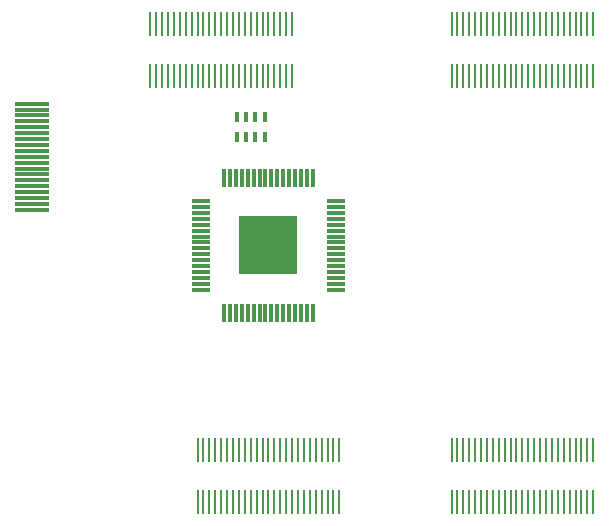
<source format=gbr>
G04 #@! TF.GenerationSoftware,KiCad,Pcbnew,(5.1.2-1)-1*
G04 #@! TF.CreationDate,2020-04-01T22:22:55+05:30*
G04 #@! TF.ProjectId,Alchitry_HDMI_Shield,416c6368-6974-4727-995f-48444d495f53,rev?*
G04 #@! TF.SameCoordinates,Original*
G04 #@! TF.FileFunction,Paste,Top*
G04 #@! TF.FilePolarity,Positive*
%FSLAX46Y46*%
G04 Gerber Fmt 4.6, Leading zero omitted, Abs format (unit mm)*
G04 Created by KiCad (PCBNEW (5.1.2-1)-1) date 2020-04-01 22:22:55*
%MOMM*%
%LPD*%
G04 APERTURE LIST*
%ADD10R,1.500000X0.300000*%
%ADD11R,0.300000X1.500000*%
%ADD12R,5.000000X5.000000*%
%ADD13R,0.250000X2.000000*%
%ADD14R,0.400000X0.900000*%
%ADD15R,3.000000X0.300000*%
G04 APERTURE END LIST*
D10*
X48200000Y-29250000D03*
X48200000Y-29750000D03*
X48200000Y-30250000D03*
X48200000Y-30750000D03*
X48200000Y-31250000D03*
X48200000Y-31750000D03*
X48200000Y-32250000D03*
X48200000Y-32750000D03*
X48200000Y-33250000D03*
X48200000Y-33750000D03*
X48200000Y-34250000D03*
X48200000Y-34750000D03*
X48200000Y-35250000D03*
X48200000Y-35750000D03*
X48200000Y-36250000D03*
X48200000Y-36750000D03*
D11*
X46250000Y-38700000D03*
X45750000Y-38700000D03*
X45250000Y-38700000D03*
X44750000Y-38700000D03*
X44250000Y-38700000D03*
X43750000Y-38700000D03*
X43250000Y-38700000D03*
X42750000Y-38700000D03*
X42250000Y-38700000D03*
X41750000Y-38700000D03*
X41250000Y-38700000D03*
X40750000Y-38700000D03*
X40250000Y-38700000D03*
X39750000Y-38700000D03*
X39250000Y-38700000D03*
X38750000Y-38700000D03*
D10*
X36800000Y-36750000D03*
X36800000Y-36250000D03*
X36800000Y-35750000D03*
X36800000Y-35250000D03*
X36800000Y-34750000D03*
X36800000Y-34250000D03*
X36800000Y-33750000D03*
X36800000Y-33250000D03*
X36800000Y-32750000D03*
X36800000Y-32250000D03*
X36800000Y-31750000D03*
X36800000Y-31250000D03*
X36800000Y-30750000D03*
X36800000Y-30250000D03*
X36800000Y-29750000D03*
X36800000Y-29250000D03*
D11*
X38750000Y-27300000D03*
X39250000Y-27300000D03*
X39750000Y-27300000D03*
X40250000Y-27300000D03*
X40750000Y-27300000D03*
X41250000Y-27300000D03*
X41750000Y-27300000D03*
X42250000Y-27300000D03*
X42750000Y-27300000D03*
X43250000Y-27300000D03*
X43750000Y-27300000D03*
X44250000Y-27300000D03*
X44750000Y-27300000D03*
X45250000Y-27300000D03*
X45750000Y-27300000D03*
X46250000Y-27300000D03*
D12*
X42500000Y-33000000D03*
D13*
X44500000Y-14300000D03*
X44000000Y-14300000D03*
X43500000Y-14300000D03*
X43000000Y-14300000D03*
X42500000Y-14300000D03*
X42000000Y-14300000D03*
X41500000Y-14300000D03*
X41000000Y-14300000D03*
X40500000Y-14300000D03*
X40000000Y-14300000D03*
X39500000Y-14300000D03*
X39000000Y-14300000D03*
X32500000Y-14300000D03*
X33000000Y-14300000D03*
X33500000Y-14300000D03*
X34000000Y-14300000D03*
X34500000Y-14300000D03*
X35000000Y-14300000D03*
X35500000Y-14300000D03*
X36000000Y-14300000D03*
X36500000Y-14300000D03*
X37000000Y-14300000D03*
X37500000Y-14300000D03*
X38000000Y-14300000D03*
X38500000Y-14300000D03*
X32500000Y-18700000D03*
X33000000Y-18700000D03*
X33500000Y-18700000D03*
X34000000Y-18700000D03*
X34500000Y-18700000D03*
X35000000Y-18700000D03*
X35500000Y-18700000D03*
X36000000Y-18700000D03*
X36500000Y-18700000D03*
X37000000Y-18700000D03*
X37500000Y-18700000D03*
X38000000Y-18700000D03*
X44500000Y-18700000D03*
X44000000Y-18700000D03*
X43500000Y-18700000D03*
X43000000Y-18700000D03*
X42500000Y-18700000D03*
X42000000Y-18700000D03*
X41500000Y-18700000D03*
X41000000Y-18700000D03*
X40500000Y-18700000D03*
X40000000Y-18700000D03*
X39500000Y-18700000D03*
X39000000Y-18700000D03*
X38500000Y-18700000D03*
X70000000Y-14300000D03*
X69500000Y-14300000D03*
X69000000Y-14300000D03*
X68500000Y-14300000D03*
X68000000Y-14300000D03*
X67500000Y-14300000D03*
X67000000Y-14300000D03*
X66500000Y-14300000D03*
X66000000Y-14300000D03*
X65500000Y-14300000D03*
X65000000Y-14300000D03*
X64500000Y-14300000D03*
X58000000Y-14300000D03*
X58500000Y-14300000D03*
X59000000Y-14300000D03*
X59500000Y-14300000D03*
X60000000Y-14300000D03*
X60500000Y-14300000D03*
X61000000Y-14300000D03*
X61500000Y-14300000D03*
X62000000Y-14300000D03*
X62500000Y-14300000D03*
X63000000Y-14300000D03*
X63500000Y-14300000D03*
X64000000Y-14300000D03*
X58000000Y-18700000D03*
X58500000Y-18700000D03*
X59000000Y-18700000D03*
X59500000Y-18700000D03*
X60000000Y-18700000D03*
X60500000Y-18700000D03*
X61000000Y-18700000D03*
X61500000Y-18700000D03*
X62000000Y-18700000D03*
X62500000Y-18700000D03*
X63000000Y-18700000D03*
X63500000Y-18700000D03*
X70000000Y-18700000D03*
X69500000Y-18700000D03*
X69000000Y-18700000D03*
X68500000Y-18700000D03*
X68000000Y-18700000D03*
X67500000Y-18700000D03*
X67000000Y-18700000D03*
X66500000Y-18700000D03*
X66000000Y-18700000D03*
X65500000Y-18700000D03*
X65000000Y-18700000D03*
X64500000Y-18700000D03*
X64000000Y-18700000D03*
X48500000Y-50300000D03*
X48000000Y-50300000D03*
X47500000Y-50300000D03*
X47000000Y-50300000D03*
X46500000Y-50300000D03*
X46000000Y-50300000D03*
X45500000Y-50300000D03*
X45000000Y-50300000D03*
X44500000Y-50300000D03*
X44000000Y-50300000D03*
X43500000Y-50300000D03*
X43000000Y-50300000D03*
X36500000Y-50300000D03*
X37000000Y-50300000D03*
X37500000Y-50300000D03*
X38000000Y-50300000D03*
X38500000Y-50300000D03*
X39000000Y-50300000D03*
X39500000Y-50300000D03*
X40000000Y-50300000D03*
X40500000Y-50300000D03*
X41000000Y-50300000D03*
X41500000Y-50300000D03*
X42000000Y-50300000D03*
X42500000Y-50300000D03*
X36500000Y-54700000D03*
X37000000Y-54700000D03*
X37500000Y-54700000D03*
X38000000Y-54700000D03*
X38500000Y-54700000D03*
X39000000Y-54700000D03*
X39500000Y-54700000D03*
X40000000Y-54700000D03*
X40500000Y-54700000D03*
X41000000Y-54700000D03*
X41500000Y-54700000D03*
X42000000Y-54700000D03*
X48500000Y-54700000D03*
X48000000Y-54700000D03*
X47500000Y-54700000D03*
X47000000Y-54700000D03*
X46500000Y-54700000D03*
X46000000Y-54700000D03*
X45500000Y-54700000D03*
X45000000Y-54700000D03*
X44500000Y-54700000D03*
X44000000Y-54700000D03*
X43500000Y-54700000D03*
X43000000Y-54700000D03*
X42500000Y-54700000D03*
X70000000Y-50300000D03*
X69500000Y-50300000D03*
X69000000Y-50300000D03*
X68500000Y-50300000D03*
X68000000Y-50300000D03*
X67500000Y-50300000D03*
X67000000Y-50300000D03*
X66500000Y-50300000D03*
X66000000Y-50300000D03*
X65500000Y-50300000D03*
X65000000Y-50300000D03*
X64500000Y-50300000D03*
X58000000Y-50300000D03*
X58500000Y-50300000D03*
X59000000Y-50300000D03*
X59500000Y-50300000D03*
X60000000Y-50300000D03*
X60500000Y-50300000D03*
X61000000Y-50300000D03*
X61500000Y-50300000D03*
X62000000Y-50300000D03*
X62500000Y-50300000D03*
X63000000Y-50300000D03*
X63500000Y-50300000D03*
X64000000Y-50300000D03*
X58000000Y-54700000D03*
X58500000Y-54700000D03*
X59000000Y-54700000D03*
X59500000Y-54700000D03*
X60000000Y-54700000D03*
X60500000Y-54700000D03*
X61000000Y-54700000D03*
X61500000Y-54700000D03*
X62000000Y-54700000D03*
X62500000Y-54700000D03*
X63000000Y-54700000D03*
X63500000Y-54700000D03*
X70000000Y-54700000D03*
X69500000Y-54700000D03*
X69000000Y-54700000D03*
X68500000Y-54700000D03*
X68000000Y-54700000D03*
X67500000Y-54700000D03*
X67000000Y-54700000D03*
X66500000Y-54700000D03*
X66000000Y-54700000D03*
X65500000Y-54700000D03*
X65000000Y-54700000D03*
X64500000Y-54700000D03*
X64000000Y-54700000D03*
D14*
X39800000Y-23850000D03*
X40600000Y-23850000D03*
X41400000Y-23850000D03*
X42200000Y-23850000D03*
X39800000Y-22150000D03*
X42200000Y-22150000D03*
X40600000Y-22150000D03*
X41400000Y-22150000D03*
D15*
X22500000Y-21000000D03*
X22500000Y-21500000D03*
X22500000Y-22000000D03*
X22500000Y-22500000D03*
X22500000Y-23000000D03*
X22500000Y-23500000D03*
X22500000Y-24500000D03*
X22500000Y-24000000D03*
X22500000Y-25000000D03*
X22500000Y-25500000D03*
X22500000Y-26000000D03*
X22500000Y-26500000D03*
X22500000Y-27000000D03*
X22500000Y-27500000D03*
X22500000Y-28000000D03*
X22500000Y-28500000D03*
X22500000Y-29000000D03*
X22500000Y-29500000D03*
X22500000Y-30000000D03*
M02*

</source>
